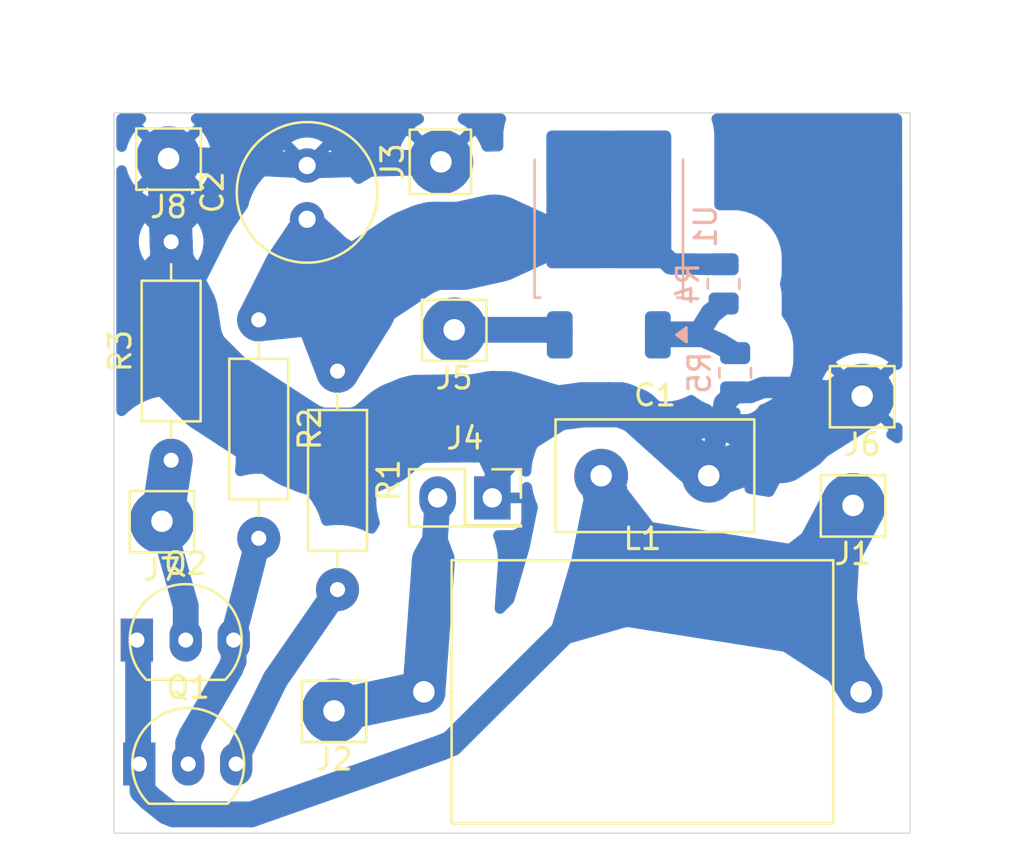
<source format=kicad_pcb>
(kicad_pcb (version 20241229) (generator "pcbnew") (generator_version "9.0")
  (layers (0 "F.Cu" signal) (2 "B.Cu" signal) (13 "F.Paste" user) (15 "B.Paste" user) (5 "F.SilkS" user "F.Silkscreen") (7 "B.SilkS" user "B.Silkscreen") (1 "F.Mask" user) (3 "B.Mask" user) (25 "Edge.Cuts" user))
  (net 0 "")
  (net 1 "+5V")
  (net 2 "GND")
  (net 3 "+12V")
  (net 4 "Net-(J1-Pin_1)")
  (net 5 "Net-(Q1-B)")
  (net 6 "Net-(Q1-C)")
  (net 7 "Net-(J7-Pin_1)")
  (net 8 "Net-(J2-Pin_1)")
  (net 9 "Net-(U1-ADJ)")
  (footprint "main:Pin_3mm_Dril_1mm" (layer "F.Cu") (at 42.8587 34.4795)
    (property "Reference" "J5" (at 0 2.25 0) (layer "F.SilkS"))
    (property "Value" "Conn_01x01_Socket" (hide yes))
    (fp_line (start -1.5 -1.4) (end -1.5 1.45) (stroke (width 0.12)) (layer "F.SilkS"))
    (fp_line (start -1.5 -1.4) (end 1.5 -1.4) (stroke (width 0.12)) (layer "F.SilkS"))
    (fp_line (start -1.5 1.45) (end 1.5 1.45) (stroke (width 0.12)) (layer "F.SilkS"))
    (fp_line (start 1.5 -1.4) (end 1.5 1.45) (stroke (width 0.12)) (layer "F.SilkS"))
    (pad "1" thru_hole circle (at 0 0) (size 3 3) (drill 1) (layers "*.Cu" "*.Mask") (net 3 "+12V"))
  )
  (footprint "Inductor_THT:L_Axial_L17.5mm_D12.0mm_P20.32mm_Horizontal_Vishay_IM-10-46" (layer "F.Cu") (at 41.4497 51.3175)
    (property "Reference" "L1" (at 10.16 -7.12 0) (layer "F.SilkS"))
    (property "Value" "10u")
    (fp_line (start 1.24 0) (end 1.29 0) (stroke (width 0.12)) (layer "F.SilkS"))
    (fp_line (start 1.29 -6.12) (end 1.29 6.12) (stroke (width 0.12)) (layer "F.SilkS"))
    (fp_line (start 1.29 6.12) (end 19.03 6.12) (stroke (width 0.12)) (layer "F.SilkS"))
    (fp_line (start 19.03 -6.12) (end 1.29 -6.12) (stroke (width 0.12)) (layer "F.SilkS"))
    (fp_line (start 19.03 6.12) (end 19.03 -6.12) (stroke (width 0.12)) (layer "F.SilkS"))
    (fp_line (start 19.08 0) (end 19.03 0) (stroke (width 0.12)) (layer "F.SilkS"))
    (pad "1" thru_hole circle (at 0 0) (size 2 2) (drill 1) (layers "*.Cu" "*.Mask") (net 8 "Net-(J2-Pin_1)"))
    (pad "2" thru_hole oval (at 20.32 0) (size 2 2) (drill 1) (layers "*.Cu" "*.Mask") (net 4 "Net-(J1-Pin_1)"))
  )
  (footprint "main:Pin_3mm_Dril_1mm" (layer "F.Cu") (at 61.399 42.6473)
    (property "Reference" "J1" (at 0 2.25 0) (layer "F.SilkS"))
    (property "Value" "Conn_01x01_Socket" (hide yes))
    (fp_line (start -1.5 -1.4) (end -1.5 1.45) (stroke (width 0.12)) (layer "F.SilkS"))
    (fp_line (start -1.5 -1.4) (end 1.5 -1.4) (stroke (width 0.12)) (layer "F.SilkS"))
    (fp_line (start -1.5 1.45) (end 1.5 1.45) (stroke (width 0.12)) (layer "F.SilkS"))
    (fp_line (start 1.5 -1.4) (end 1.5 1.45) (stroke (width 0.12)) (layer "F.SilkS"))
    (pad "1" thru_hole circle (at 0 0) (size 3 3) (drill 1) (layers "*.Cu" "*.Mask") (net 4 "Net-(J1-Pin_1)"))
  )
  (footprint "main:R_Axial_DIN0207_L6.3mm_D2.5mm_P10.16mm_Horizontal" (layer "F.Cu") (at 37.436 36.4015 -90)
    (property "Reference" "R1" (at 5.08 -2.37 90) (layer "F.SilkS"))
    (property "Value" "2k" (hide yes))
    (fp_line (start 1.81 1.37) (end 8.35 1.37) (stroke (width 0.12)) (layer "F.SilkS"))
    (fp_line (start 8.35 1.37) (end 8.35 -1.37) (stroke (width 0.12)) (layer "F.SilkS"))
    (fp_line (start 1.04 0) (end 1.81 0) (stroke (width 0.12)) (layer "F.SilkS"))
    (fp_line (start 9.12 0) (end 8.35 0) (stroke (width 0.12)) (layer "F.SilkS"))
    (fp_line (start 1.81 -1.37) (end 1.81 1.37) (stroke (width 0.12)) (layer "F.SilkS"))
    (fp_line (start 8.35 -1.37) (end 1.81 -1.37) (stroke (width 0.12)) (layer "F.SilkS"))
    (pad "1" thru_hole circle (at 0 0 270) (size 2 2) (drill 0.7) (layers "*.Cu" "*.Mask") (net 1 "+5V"))
    (pad "2" thru_hole circle (at 10.16 0 270) (size 2 2) (drill 0.7) (layers "*.Cu" "*.Mask") (net 6 "Net-(Q1-C)"))
  )
  (footprint "main:C_Disc_D9.0mm_W5.0mm_P5.00mm" (layer "F.Cu") (at 49.6905 41.2671)
    (property "Reference" "C1" (at 2.5 -3.75 0) (layer "F.SilkS"))
    (property "Value" "10n")
    (fp_line (start -2.12 -2.62) (end -2.12 2.62) (stroke (width 0.12)) (layer "F.SilkS"))
    (fp_line (start -2.12 -2.62) (end 7.12 -2.62) (stroke (width 0.12)) (layer "F.SilkS"))
    (fp_line (start -2.12 2.62) (end 7.12 2.62) (stroke (width 0.12)) (layer "F.SilkS"))
    (fp_line (start 7.12 -2.62) (end 7.12 2.62) (stroke (width 0.12)) (layer "F.SilkS"))
    (pad "1" thru_hole circle (at 0 0) (size 2.5 2.5) (drill 1) (layers "*.Cu" "*.Mask") (net 4 "Net-(J1-Pin_1)"))
    (pad "2" thru_hole circle (at 5 0) (size 2.5 2.5) (drill 1) (layers "*.Cu" "*.Mask") (net 2 "GND"))
  )
  (footprint "main:TO-92_Inline" (layer "F.Cu") (at 29.2237 54.6745)
    (property "Reference" "Q1" (at 1.27 -3.56 0) (layer "F.SilkS"))
    (property "Value" "MPSA92")
    (fp_line (start -0.53 1.85) (end 3.07 1.85) (stroke (width 0.12)) (layer "F.SilkS"))
    (fp_arc (start -0.568478 1.838478) (mid -1.132087 -0.994977) (end 1.27 -2.6) (stroke (width 0.12)) (layer "F.SilkS"))
    (fp_arc (start 1.27 -2.6) (mid 3.672087 -0.994977) (end 3.108478 1.838478) (stroke (width 0.12)) (layer "F.SilkS"))
    (pad "1" thru_hole rect (at -1 0) (size 1.5 2) (drill 0.7) (layers "*.Cu" "*.Mask") (net 4 "Net-(J1-Pin_1)"))
    (pad "2" thru_hole oval (at 1.27 0) (size 1.5 2) (drill 0.7) (layers "*.Cu" "*.Mask") (net 5 "Net-(Q1-B)"))
    (pad "3" thru_hole oval (at 3.5 0) (size 1.5 2) (drill 0.7) (layers "*.Cu" "*.Mask") (net 6 "Net-(Q1-C)"))
  )
  (footprint "main:Pin_3mm_Dril_1mm" (layer "F.Cu") (at 61.8233 37.5662)
    (property "Reference" "J6" (at 0 2.25 0) (layer "F.SilkS"))
    (property "Value" "Conn_01x01_Socket")
    (fp_line (start -1.5 -1.4) (end -1.5 1.45) (stroke (width 0.12)) (layer "F.SilkS"))
    (fp_line (start -1.5 -1.4) (end 1.5 -1.4) (stroke (width 0.12)) (layer "F.SilkS"))
    (fp_line (start -1.5 1.45) (end 1.5 1.45) (stroke (width 0.12)) (layer "F.SilkS"))
    (fp_line (start 1.5 -1.4) (end 1.5 1.45) (stroke (width 0.12)) (layer "F.SilkS"))
    (pad "1" thru_hole circle (at 0 0) (size 3 3) (drill 1) (layers "*.Cu" "*.Mask") (net 2 "GND"))
  )
  (footprint "main:Pin_3mm_Dril_1mm" (layer "F.Cu") (at 37.2719 52.2051)
    (property "Reference" "J2" (at 0 2.25 0) (layer "F.SilkS"))
    (property "Value" "Conn_01x01_Socket" (hide yes))
    (fp_line (start -1.5 -1.4) (end -1.5 1.45) (stroke (width 0.12)) (layer "F.SilkS"))
    (fp_line (start -1.5 -1.4) (end 1.5 -1.4) (stroke (width 0.12)) (layer "F.SilkS"))
    (fp_line (start -1.5 1.45) (end 1.5 1.45) (stroke (width 0.12)) (layer "F.SilkS"))
    (fp_line (start 1.5 -1.4) (end 1.5 1.45) (stroke (width 0.12)) (layer "F.SilkS"))
    (pad "1" thru_hole circle (at 0 0) (size 3 3) (drill 1) (layers "*.Cu" "*.Mask") (net 8 "Net-(J2-Pin_1)"))
  )
  (footprint "Capacitor_THT:C_Radial_D6.3mm_H7.0mm_P2.50mm" (layer "F.Cu") (at 36.022 29.3382 90)
    (property "Reference" "C2" (at 1.25 -4.4 270) (layer "F.SilkS"))
    (property "Value" "C_Polarized")
    (fp_circle (center 1.25 0) (end 4.52 0) (stroke (width 0.12)) (fill no) (layer "F.SilkS"))
    (pad "1" thru_hole circle (at 0 0 90) (size 1.6 1.6) (drill 0.8) (layers "*.Cu" "*.Mask") (net 1 "+5V"))
    (pad "2" thru_hole circle (at 2.5 0 90) (size 1.6 1.6) (drill 0.8) (layers "*.Cu" "*.Mask") (net 2 "GND"))
  )
  (footprint "main:Pin_3mm_Dril_1mm" (layer "F.Cu") (at 42.2418 26.6694 -90)
    (property "Reference" "J3" (at 0 2.25 270) (layer "F.SilkS"))
    (property "Value" "Conn_01x01_Socket")
    (fp_line (start -1.5 1.45) (end 1.5 1.45) (stroke (width 0.12)) (layer "F.SilkS"))
    (fp_line (start -1.5 -1.4) (end -1.5 1.45) (stroke (width 0.12)) (layer "F.SilkS"))
    (fp_line (start -1.5 -1.4) (end 1.5 -1.4) (stroke (width 0.12)) (layer "F.SilkS"))
    (fp_line (start 1.5 -1.4) (end 1.5 1.45) (stroke (width 0.12)) (layer "F.SilkS"))
    (pad "1" thru_hole circle (at 0 0 270) (size 3 3) (drill 1) (layers "*.Cu" "*.Mask") (net 2 "GND"))
  )
  (footprint "main:Pin_3mm_Dril_1mm" (layer "F.Cu") (at 29.5809 26.5152)
    (property "Reference" "J8" (at 0 2.25 0) (layer "F.SilkS"))
    (property "Value" "Conn_01x01_Socket")
    (fp_line (start -1.5 -1.4) (end -1.5 1.45) (stroke (width 0.12)) (layer "F.SilkS"))
    (fp_line (start -1.5 -1.4) (end 1.5 -1.4) (stroke (width 0.12)) (layer "F.SilkS"))
    (fp_line (start -1.5 1.45) (end 1.5 1.45) (stroke (width 0.12)) (layer "F.SilkS"))
    (fp_line (start 1.5 -1.4) (end 1.5 1.45) (stroke (width 0.12)) (layer "F.SilkS"))
    (pad "1" thru_hole circle (at 0 0) (size 3 3) (drill 1) (layers "*.Cu" "*.Mask") (net 2 "GND"))
  )
  (footprint "main:PinSocket_2x01_P2.54mm_Vertical" (layer "F.Cu") (at 44.6301 42.2971)
    (property "Reference" "J4" (at -1.27 -2.77 0) (layer "F.SilkS"))
    (property "Value" "Conn_02x01")
    (fp_line (start -3.87 -1.33) (end -3.87 1.33) (stroke (width 0.12)) (layer "F.SilkS"))
    (fp_line (start -3.87 -1.33) (end -1.27 -1.33) (stroke (width 0.12)) (layer "F.SilkS"))
    (fp_line (start -3.87 1.33) (end 1.33 1.33) (stroke (width 0.12)) (layer "F.SilkS"))
    (fp_line (start -1.27 -1.33) (end -1.27 1.27) (stroke (width 0.12)) (layer "F.SilkS"))
    (fp_line (start -1.27 1.27) (end 1.33 1.27) (stroke (width 0.12)) (layer "F.SilkS"))
    (fp_line (start 0 -1.33) (end 1.33 -1.33) (stroke (width 0.12)) (layer "F.SilkS"))
    (fp_line (start 1.33 -1.33) (end 1.33 0) (stroke (width 0.12)) (layer "F.SilkS"))
    (fp_line (start 1.33 1.27) (end 1.33 1.33) (stroke (width 0.12)) (layer "F.SilkS"))
    (pad "1" thru_hole rect (at 0 0) (size 1.7 2) (drill 0.9) (layers "*.Cu" "*.Mask") (net 2 "GND"))
    (pad "2" thru_hole oval (at -2.54 0) (size 1.7 2) (drill 0.9) (layers "*.Cu" "*.Mask") (net 8 "Net-(J2-Pin_1)"))
  )
  (footprint "main:R_Axial_DIN0207_L6.3mm_D2.5mm_P10.16mm_Horizontal" (layer "F.Cu") (at 29.7016 40.546 90)
    (property "Reference" "R3" (at 5.08 -2.37 90) (layer "F.SilkS"))
    (property "Value" "330" (hide yes))
    (fp_line (start 8.35 -1.37) (end 1.81 -1.37) (stroke (width 0.12)) (layer "F.SilkS"))
    (fp_line (start 1.81 -1.37) (end 1.81 1.37) (stroke (width 0.12)) (layer "F.SilkS"))
    (fp_line (start 9.12 0) (end 8.35 0) (stroke (width 0.12)) (layer "F.SilkS"))
    (fp_line (start 1.04 0) (end 1.81 0) (stroke (width 0.12)) (layer "F.SilkS"))
    (fp_line (start 8.35 1.37) (end 8.35 -1.37) (stroke (width 0.12)) (layer "F.SilkS"))
    (fp_line (start 1.81 1.37) (end 8.35 1.37) (stroke (width 0.12)) (layer "F.SilkS"))
    (pad "1" thru_hole circle (at 0 0 90) (size 2 2) (drill 0.7) (layers "*.Cu" "*.Mask") (net 7 "Net-(J7-Pin_1)"))
    (pad "2" thru_hole circle (at 10.16 0 90) (size 2 2) (drill 0.7) (layers "*.Cu" "*.Mask") (net 2 "GND"))
  )
  (footprint "main:R_Axial_DIN0207_L6.3mm_D2.5mm_P10.16mm_Horizontal" (layer "F.Cu") (at 33.7747 34.0167 -90)
    (property "Reference" "R2" (at 5.08 -2.37 90) (layer "F.SilkS"))
    (property "Value" "330" (hide yes))
    (fp_line (start 1.81 1.37) (end 8.35 1.37) (stroke (width 0.12)) (layer "F.SilkS"))
    (fp_line (start 8.35 1.37) (end 8.35 -1.37) (stroke (width 0.12)) (layer "F.SilkS"))
    (fp_line (start 1.04 0) (end 1.81 0) (stroke (width 0.12)) (layer "F.SilkS"))
    (fp_line (start 9.12 0) (end 8.35 0) (stroke (width 0.12)) (layer "F.SilkS"))
    (fp_line (start 1.81 -1.37) (end 1.81 1.37) (stroke (width 0.12)) (layer "F.SilkS"))
    (fp_line (start 8.35 -1.37) (end 1.81 -1.37) (stroke (width 0.12)) (layer "F.SilkS"))
    (pad "1" thru_hole circle (at 0 0 270) (size 2 2) (drill 0.7) (layers "*.Cu" "*.Mask") (net 1 "+5V"))
    (pad "2" thru_hole circle (at 10.16 0 270) (size 2 2) (drill 0.7) (layers "*.Cu" "*.Mask") (net 5 "Net-(Q1-B)"))
  )
  (footprint "main:Pin_3mm_Dril_1mm" (layer "F.Cu") (at 29.2761 43.3832)
    (property "Reference" "J7" (at 0 2.25 0) (layer "F.SilkS"))
    (property "Value" "Conn_01x01_Socket")
    (fp_line (start -1.5 -1.4) (end -1.5 1.45) (stroke (width 0.12)) (layer "F.SilkS"))
    (fp_line (start -1.5 -1.4) (end 1.5 -1.4) (stroke (width 0.12)) (layer "F.SilkS"))
    (fp_line (start -1.5 1.45) (end 1.5 1.45) (stroke (width 0.12)) (layer "F.SilkS"))
    (fp_line (start 1.5 -1.4) (end 1.5 1.45) (stroke (width 0.12)) (layer "F.SilkS"))
    (pad "1" thru_hole circle (at 0 0) (size 3 3) (drill 1) (layers "*.Cu" "*.Mask") (net 7 "Net-(J7-Pin_1)"))
  )
  (footprint "main:TO-92_Inline" (layer "F.Cu") (at 29.1101 48.9097)
    (property "Reference" "Q2" (at 1.27 -3.56 0) (layer "F.SilkS"))
    (property "Value" "BF245A")
    (fp_line (start -0.53 1.85) (end 3.07 1.85) (stroke (width 0.12)) (layer "F.SilkS"))
    (fp_arc (start -0.568478 1.838478) (mid -1.132087 -0.994977) (end 1.27 -2.6) (stroke (width 0.12)) (layer "F.SilkS"))
    (fp_arc (start 1.27 -2.6) (mid 3.672087 -0.994977) (end 3.108478 1.838478) (stroke (width 0.12)) (layer "F.SilkS"))
    (pad "1" thru_hole rect (at -1 0) (size 1.5 2) (drill 0.7) (layers "*.Cu" "*.Mask") (net 4 "Net-(J1-Pin_1)"))
    (pad "2" thru_hole oval (at 1.27 0) (size 1.5 2) (drill 0.7) (layers "*.Cu" "*.Mask") (net 7 "Net-(J7-Pin_1)"))
    (pad "3" thru_hole oval (at 3.5 0) (size 1.5 2) (drill 0.7) (layers "*.Cu" "*.Mask") (net 5 "Net-(Q1-B)"))
  )
  (footprint "Resistor_SMD:R_0805_2012Metric" (layer "B.Cu") (at 55.3827 32.345 -90)
    (property "Reference" "R4" (at 0 1.65 90) (layer "B.SilkS") (effects (justify mirror)))
    (property "Value" "R")
    (fp_line (start -0.227064 0.735) (end 0.227064 0.735) (stroke (width 0.12)) (layer "B.SilkS"))
    (fp_line (start -0.227064 -0.735) (end 0.227064 -0.735) (stroke (width 0.12)) (layer "B.SilkS"))
    (pad "1" smd roundrect (at -0.9125 0 270) (size 1.025 1.4) (layers "B.Cu" "B.Mask" "B.Paste") (roundrect_rratio 0.243902) (net 1 "+5V"))
    (pad "2" smd roundrect (at 0.9125 0 270) (size 1.025 1.4) (layers "B.Cu" "B.Mask" "B.Paste") (roundrect_rratio 0.243902) (net 9 "Net-(U1-ADJ)"))
  )
  (footprint "Package_TO_SOT_SMD:TO-252-2" (layer "B.Cu") (at 50.0454 29.6741 90)
    (property "Reference" "U1" (at 0 4.5 90) (layer "B.SilkS") (effects (justify mirror)))
    (property "Value" "LM317_TO-252")
    (fp_line (start 3.11 -3.45) (end -3.31 -3.45) (stroke (width 0.12)) (layer "B.SilkS"))
    (fp_line (start -3.31 -3.45) (end -3.31 -3.18) (stroke (width 0.12)) (layer "B.SilkS"))
    (fp_line (start 3.11 3.45) (end -3.31 3.45) (stroke (width 0.12)) (layer "B.SilkS"))
    (fp_line (start -3.31 3.45) (end -3.31 3.18) (stroke (width 0.12)) (layer "B.SilkS"))
    (fp_poly (pts (xy -5.04 3.14) (xy -5.38 3.61) (xy -4.7 3.61) (xy -5.04 3.14)) (stroke (width 0.12)) (fill yes) (layer "B.SilkS"))
    (pad "1" smd roundrect (at -5.04 2.28 90) (size 2.2 1.2) (layers "B.Cu" "B.Mask" "B.Paste") (roundrect_rratio 0.208333) (net 9 "Net-(U1-ADJ)"))
    (pad "2" smd roundrect (at -0.415 -1.525 90) (size 3.05 2.75) (layers "B.Cu" "B.Paste") (roundrect_rratio 0.090909) (net 1 "+5V"))
    (pad "2" smd roundrect (at -0.415 1.525 90) (size 3.05 2.75) (layers "B.Cu" "B.Paste") (roundrect_rratio 0.090909) (net 1 "+5V"))
    (pad "2" smd roundrect (at 1.26 0 90) (size 6.4 5.8) (layers "B.Cu" "B.Mask") (roundrect_rratio 0.043103) (net 1 "+5V"))
    (pad "2" smd roundrect (at 2.935 -1.525 90) (size 3.05 2.75) (layers "B.Cu" "B.Paste") (roundrect_rratio 0.090909) (net 1 "+5V"))
    (pad "2" smd roundrect (at 2.935 1.525 90) (size 3.05 2.75) (layers "B.Cu" "B.Paste") (roundrect_rratio 0.090909) (net 1 "+5V"))
    (pad "3" smd roundrect (at -5.04 -2.28 90) (size 2.2 1.2) (layers "B.Cu" "B.Mask" "B.Paste") (roundrect_rratio 0.208333) (net 3 "+12V"))
  )
  (footprint "Resistor_SMD:R_0805_2012Metric" (layer "B.Cu") (at 55.9198 36.4773 -90)
    (property "Reference" "R5" (at 0 1.65 90) (layer "B.SilkS") (effects (justify mirror)))
    (property "Value" "R")
    (fp_line (start -0.227064 0.735) (end 0.227064 0.735) (stroke (width 0.12)) (layer "B.SilkS"))
    (fp_line (start -0.227064 -0.735) (end 0.227064 -0.735) (stroke (width 0.12)) (layer "B.SilkS"))
    (pad "1" smd roundrect (at -0.9125 0 270) (size 1.025 1.4) (layers "B.Cu" "B.Mask" "B.Paste") (roundrect_rratio 0.243902) (net 9 "Net-(U1-ADJ)"))
    (pad "2" smd roundrect (at 0.9125 0 270) (size 1.025 1.4) (layers "B.Cu" "B.Mask" "B.Paste") (roundrect_rratio 0.243902) (net 2 "GND"))
  )
  (gr_rect (start 27.0488 24.3925) (end 64.0488 57.8925) (stroke (width 0.05)) (fill no) (layer "Edge.Cuts"))
  (segment (start 44.7178 30.2369) (end 43.1928 30.5745) (width 4.1) (layer "B.Cu") (net 1))
  (segment (start 48.5204 30.0891) (end 48.1944 30.2369) (width 2.1) (layer "B.Cu") (net 1))
  (segment (start 37.7518 33.0501) (end 37.436 36.4015) (width 2) (layer "B.Cu") (net 1))
  (segment (start 40.7654 31.0479) (end 37.7518 33.0501) (width 4.1) (layer "B.Cu") (net 1))
  (segment (start 48.1944 30.2369) (end 47.1444 30.2369) (width 2.1) (layer "B.Cu") (net 1))
  (segment (start 41.6467 30.6399) (end 40.9962 30.9096) (width 4.1) (layer "B.Cu") (net 1))
  (segment (start 43.1928 30.5745) (end 41.9077 30.5744) (width 4.1) (layer "B.Cu") (net 1))
  (segment (start 54.573 31.4325) (end 52.9368 31.4121) (width 1) (layer "B.Cu") (net 1))
  (segment (start 33.7747 34.0167) (end 36.5113 33.7328) (width 2) (layer "B.Cu") (net 1))
  (segment (start 37.7518 33.0501) (end 36.3565 32.2408) (width 5) (layer "B.Cu") (net 1))
  (segment (start 36.022 29.3382) (end 37.649 30.8482) (width 1.2) (layer "B.Cu") (net 1))
  (segment (start 54.6817 31.4325) (end 54.573 31.4325) (width 1) (layer "B.Cu") (net 1))
  (segment (start 37.436 36.4015) (end 36.3522 33.5896) (width 2) (layer "B.Cu") (net 1))
  (segment (start 36.022 29.3382) (end 36.3565 32.2408) (width 1.2) (layer "B.Cu") (net 1))
  (segment (start 47.1178 30.2369) (end 45.1345 29.3278) (width 2.1) (layer "B.Cu") (net 1))
  (segment (start 41.9077 30.5744) (end 41.6467 30.6399) (width 4.1) (layer "B.Cu") (net 1))
  (segment (start 55.3827 31.4325) (end 54.6817 31.4325) (width 1) (layer "B.Cu") (net 1))
  (segment (start 33.7747 34.0167) (end 36.3565 32.2408) (width 2) (layer "B.Cu") (net 1))
  (segment (start 47.1444 30.2369) (end 44.7178 30.2369) (width 2.1) (layer "B.Cu") (net 1))
  (segment (start 33.7747 34.0167) (end 35.0185 31.5626) (width 2) (layer "B.Cu") (net 1))
  (segment (start 37.436 36.4015) (end 39.026 33.8416) (width 2) (layer "B.Cu") (net 1))
  (segment (start 47.1178 30.2369) (end 45.1345 31.146) (width 2.1) (layer "B.Cu") (net 1))
  (segment (start 36.022 29.3382) (end 34.7812 31.1786) (width 1.2) (layer "B.Cu") (net 1))
  (segment (start 52.9368 31.4121) (end 51.5704 30.0891) (width 1) (layer "B.Cu") (net 1))
  (segment (start 40.9962 30.9096) (end 40.7654 31.0479) (width 4.1) (layer "B.Cu") (net 1))
  (segment (start 29.8369 33.7337) (end 30.028 34.9482) (width 4.1) (layer "B.Cu") (net 2))
  (segment (start 29.7351 31.2158) (end 28.8655 33.3352) (width 2) (layer "B.Cu") (net 2))
  (segment (start 47.627 38.1269) (end 45.5401 37.4906) (width 2.1) (layer "B.Cu") (net 2))
  (segment (start 35.6443 39.8308) (end 36.2734 40.0916) (width 4.1) (layer "B.Cu") (net 2))
  (segment (start 55.0765 39.2733) (end 54.6905 41.2671) (width 1) (layer "B.Cu") (net 2))
  (segment (start 44.8801 41.8971) (end 44.8801 41.2971) (width 1.2) (layer "B.Cu") (net 2))
  (segment (start 41.1861 38.6229) (end 42.9782 38.5985) (width 4.1) (layer "B.Cu") (net 2))
  (segment (start 36.022 26.8382) (end 29.5809 26.5152) (width 1.2) (layer "B.Cu") (net 2))
  (segment (start 36.5044 40.1496) (end 38.3676 40.1496) (width 4.1) (layer "B.Cu") (net 2))
  (segment (start 43.8362 38.5985) (end 44.6595 38.4471) (width 4.1) (layer "B.Cu") (net 2))
  (segment (start 58.0765 40.1125) (end 58.8738 39.584) (width 3) (layer "B.Cu") (net 2))
  (segment (start 30.3467 35.8078) (end 30.469 36.0118) (width 4.1) (layer "B.Cu") (net 2))
  (segment (start 55.4218 37.904) (end 55.0986 39.1854) (width 1) (layer "B.Cu") (net 2))
  (segment (start 57.2433 37.1608) (end 58.9097 37.1608) (width 1) (layer "B.Cu") (net 2))
  (segment (start 44.8801 41.0486) (end 46.3336 39.4089) (width 1.2) (layer "B.Cu") (net 2))
  (segment (start 39.2277 39.8308) (end 39.432 39.7084) (width 4.1) (layer "B.Cu") (net 2))
  (segment (start 31.7796 37.3224) (end 35.44 39.7084) (width 4.1) (layer "B.Cu") (net 2))
  (segment (start 45.2485 38.4471) (end 48.8142 37.9671) (width 2.1) (layer "B.Cu") (net 2))
  (segment (start 54.6905 41.2671) (end 58.0765 40.1125) (width 2.1) (layer "B.Cu") (net 2))
  (segment (start 38.5986 40.0916) (end 39.2277 39.8308) (width 4.1) (layer "B.Cu") (net 2))
  (segment (start 55.0986 39.1854) (end 55.0765 39.2733) (width 1) (layer "B.Cu") (net 2))
  (segment (start 44.8801 41.2971) (end 44.8801 41.0486) (width 1.2) (layer "B.Cu") (net 2))
  (segment (start 44.8801 41.0486) (end 45.2485 38.4471) (width 1.2) (layer "B.Cu") (net 2))
  (segment (start 58.8738 39.584) (end 59.2781 39.1804) (width 3) (layer "B.Cu") (net 2))
  (segment (start 50.7121 38.0036) (end 51.2802 38.2391) (width 2.1) (layer "B.Cu") (net 2))
  (segment (start 47.627 38.1269) (end 45.7827 39.2924) (width 2.1) (layer "B.Cu") (net 2))
  (segment (start 48.8142 37.9671) (end 50.5668 37.9671) (width 2.1) (layer "B.Cu") (net 2))
  (segment (start 57.1646 37.1806) (end 57.2433 37.1608) (width 1) (layer "B.Cu") (net 2))
  (segment (start 44.6595 38.4471) (end 45.2485 38.4471) (width 4.1) (layer "B.Cu") (net 2))
  (segment (start 42.9782 38.5985) (end 43.8362 38.5985) (width 4.1) (layer "B.Cu") (net 2))
  (segment (start 40.998 38.6701) (end 41.1861 38.6229) (width 4.1) (layer "B.Cu") (net 2))
  (segment (start 51.4087 38.3162) (end 54.6905 41.2671) (width 2.1) (layer "B.Cu") (net 2))
  (segment (start 29.7016 30.386) (end 29.5809 26.5152) (width 2) (layer "B.Cu") (net 2))
  (segment (start 56.6208 37.3898) (end 57.1646 37.1806) (width 1) (layer "B.Cu") (net 2))
  (segment (start 50.5668 37.9671) (end 50.7121 38.0036) (width 2.1) (layer "B.Cu") (net 2))
  (segment (start 55.9198 37.3898) (end 56.6208 37.3898) (width 1) (layer "B.Cu") (net 2))
  (segment (start 42.2418 26.6694) (end 36.022 26.8382) (width 1.2) (layer "B.Cu") (net 2))
  (segment (start 58.9097 37.1608) (end 61.8233 37.5662) (width 1) (layer "B.Cu") (net 2))
  (segment (start 55.4218 37.8937) (end 55.4218 37.904) (width 1) (layer "B.Cu") (net 2))
  (segment (start 55.9198 37.3898) (end 55.4218 37.8937) (width 1) (layer "B.Cu") (net 2))
  (segment (start 30.028 34.9482) (end 30.0859 35.1789) (width 4.1) (layer "B.Cu") (net 2))
  (segment (start 35.44 39.7084) (end 35.6443 39.8308) (width 4.1) (layer "B.Cu") (net 2))
  (segment (start 38.3676 40.1496) (end 38.5986 40.0916) (width 4.1) (layer "B.Cu") (net 2))
  (segment (start 59.2781 39.1804) (end 61.8233 37.5662) (width 3) (layer "B.Cu") (net 2))
  (segment (start 40.3993 38.9183) (end 40.998 38.6701) (width 4.1) (layer "B.Cu") (net 2))
  (segment (start 51.2802 38.2391) (end 51.4087 38.3162) (width 2.1) (layer "B.Cu") (net 2))
  (segment (start 40.2329 39.0181) (end 40.3993 38.9183) (width 4.1) (layer "B.Cu") (net 2))
  (segment (start 30.469 36.0118) (end 31.7796 37.3224) (width 4.1) (layer "B.Cu") (net 2))
  (segment (start 39.432 39.7084) (end 40.2329 39.0181) (width 4.1) (layer "B.Cu") (net 2))
  (segment (start 44.6301 42.2971) (end 44.8801 41.8971) (width 1.2) (layer "B.Cu") (net 2))
  (segment (start 44.8801 41.0486) (end 43.939 39.0699) (width 1.2) (layer "B.Cu") (net 2))
  (segment (start 29.7351 31.2158) (end 30.7729 33.258) (width 2) (layer "B.Cu") (net 2))
  (segment (start 29.7016 30.386) (end 29.8369 33.7337) (width 2) (layer "B.Cu") (net 2))
  (segment (start 30.0859 35.1789) (end 30.3467 35.8078) (width 4.1) (layer "B.Cu") (net 2))
  (segment (start 36.2734 40.0916) (end 36.5044 40.1496) (width 4.1) (layer "B.Cu") (net 2))
  (segment (start 47.7644 34.4795) (end 47.1644 34.4795) (width 1.2) (layer "B.Cu") (net 3))
  (segment (start 47.7654 34.7141) (end 47.7644 34.4795) (width 1.2) (layer "B.Cu") (net 3))
  (segment (start 47.1644 34.4795) (end 42.8587 34.4795) (width 1.2) (layer "B.Cu") (net 3))
  (segment (start 61.7697 51.3175) (end 59.0721 47.0594) (width 2) (layer "B.Cu") (net 4))
  (segment (start 33.4303 57.0167) (end 42.2509 53.9146) (width 1.2) (layer "B.Cu") (net 4))
  (segment (start 29.802 57.0167) (end 32.032 57.0167) (width 1.2) (layer "B.Cu") (net 4))
  (segment (start 28.1669 54.2745) (end 28.1669 53.6745) (width 1.2) (layer "B.Cu") (net 4))
  (segment (start 60.1917 44.9365) (end 60.0706 47.1149) (width 3) (layer "B.Cu") (net 4))
  (segment (start 28.3737 55.0745) (end 28.3737 55.6745) (width 1.2) (layer "B.Cu") (net 4))
  (segment (start 60.9987 50.1005) (end 58.2547 48.3171) (width 2) (layer "B.Cu") (net 4))
  (segment (start 42.734 53.7124) (end 50.7303 45.7467) (width 1.2) (layer "B.Cu") (net 4))
  (segment (start 49.9434 42.3568) (end 49.3097 45.4563) (width 2.1) (layer "B.Cu") (net 4))
  (segment (start 42.7238 53.7185) (end 42.734 53.7124) (width 1.2) (layer "B.Cu") (net 4))
  (segment (start 32.032 57.0167) (end 33.4154 57.0167) (width 1.2) (layer "B.Cu") (net 4))
  (segment (start 28.1669 49.9097) (end 28.1669 49.3097) (width 1.2) (layer "B.Cu") (net 4))
  (segment (start 28.7252 56.2745) (end 29.5005 56.8918) (width 1.2) (layer "B.Cu") (net 4))
  (segment (start 28.3737 55.6745) (end 28.3737 55.923) (width 1.2) (layer "B.Cu") (net 4))
  (segment (start 28.1669 53.6745) (end 28.1669 49.9097) (width 1.2) (layer "B.Cu") (net 4))
  (segment (start 47.939 48.5274) (end 51.2559 47.5725) (width 1.2) (layer "B.Cu") (net 4))
  (segment (start 60.1917 44.9365) (end 58.4624 46.2667) (width 3) (layer "B.Cu") (net 4))
  (segment (start 28.2237 54.6745) (end 28.3737 55.0745) (width 1.2) (layer "B.Cu") (net 4))
  (segment (start 42.2509 53.9146) (end 42.7238 53.7185) (width 1.2) (layer "B.Cu") (net 4))
  (segment (start 33.4154 57.0167) (end 33.4303 57.0167) (width 1.2) (layer "B.Cu") (net 4))
  (segment (start 49.9434 42.3568) (end 51.8777 44.8601) (width 2.1) (layer "B.Cu") (net 4))
  (segment (start 59.0721 47.0594) (end 61.399 42.6473) (width 3) (layer "B.Cu") (net 4))
  (segment (start 28.3737 55.923) (end 28.7252 56.2745) (width 1.2) (layer "B.Cu") (net 4))
  (segment (start 60.9987 50.1005) (end 60.5585 46.8577) (width 2) (layer "B.Cu") (net 4))
  (segment (start 28.1669 49.3097) (end 28.1101 48.9097) (width 1.2) (layer "B.Cu") (net 4))
  (segment (start 49.6905 41.2671) (end 50.7303 45.7467) (width 2.1) (layer "B.Cu") (net 4))
  (segment (start 47.939 48.5274) (end 48.9065 45.2141) (width 1.2) (layer "B.Cu") (net 4))
  (segment (start 29.5005 56.8918) (end 29.802 57.0167) (width 1.2) (layer "B.Cu") (net 4))
  (segment (start 28.2237 54.6745) (end 28.1669 54.2745) (width 1.2) (layer "B.Cu") (net 4))
  (segment (start 50.7303 45.7467) (end 59.0721 47.0594) (width 5) (layer "B.Cu") (net 4))
  (segment (start 32.6064 49.8781) (end 32.6101 49.1597) (width 1.2) (layer "B.Cu") (net 5))
  (segment (start 30.4937 53.7053) (end 30.6395 53.3532) (width 1.2) (layer "B.Cu") (net 5))
  (segment (start 32.4611 50.2289) (end 32.6064 49.8781) (width 1.2) (layer "B.Cu") (net 5))
  (segment (start 32.6101 48.6597) (end 33.7747 44.1767) (width 1.2) (layer "B.Cu") (net 5))
  (segment (start 30.4937 54.4245) (end 30.4937 53.7053) (width 1.2) (layer "B.Cu") (net 5))
  (segment (start 30.4937 54.6745) (end 30.4937 54.4245) (width 1.2) (layer "B.Cu") (net 5))
  (segment (start 30.6395 53.3532) (end 32.4611 50.2289) (width 1.2) (layer "B.Cu") (net 5))
  (segment (start 32.6101 49.1597) (end 32.6101 48.9097) (width 1.2) (layer "B.Cu") (net 5))
  (segment (start 32.6101 48.9097) (end 32.6101 48.6597) (width 1.2) (layer "B.Cu") (net 5))
  (segment (start 34.5781 50.6876) (end 37.436 46.5615) (width 1.2) (layer "B.Cu") (net 6))
  (segment (start 32.7237 54.4245) (end 34.5339 50.7613) (width 1.2) (layer "B.Cu") (net 6))
  (segment (start 34.5339 50.7613) (end 34.5781 50.6876) (width 1.2) (layer "B.Cu") (net 6))
  (segment (start 32.7237 54.6745) (end 32.7237 54.4245) (width 1.2) (layer "B.Cu") (net 6))
  (segment (start 30.3801 48.6597) (end 30.3801 47.3318) (width 1.2) (layer "B.Cu") (net 7))
  (segment (start 29.7016 40.546) (end 29.2761 43.3832) (width 2) (layer "B.Cu") (net 7))
  (segment (start 30.3801 48.9097) (end 30.3801 48.6597) (width 1.2) (layer "B.Cu") (net 7))
  (segment (start 30.3801 47.3318) (end 29.2761 43.3832) (width 1.2) (layer "B.Cu") (net 7))
  (segment (start 41.4497 51.3175) (end 37.2719 52.2051) (width 2) (layer "B.Cu") (net 8))
  (segment (start 41.9582 44.2739) (end 42.2638 45.0914) (width 1.2) (layer "B.Cu") (net 8))
  (segment (start 41.8891 45.2314) (end 41.4497 51.3175) (width 2) (layer "B.Cu") (net 8))
  (segment (start 42.0901 42.2971) (end 42.0901 42.4471) (width 1.2) (layer "B.Cu") (net 8))
  (segment (start 41.9582 44.2739) (end 41.5384 45.039) (width 1.2) (layer "B.Cu") (net 8))
  (segment (start 42.0901 42.4471) (end 41.8891 45.2314) (width 1.2) (layer "B.Cu") (net 8))
  (segment (start 55.2652 35.1656) (end 55.2579 35.1583) (width 1) (layer "B.Cu") (net 9))
  (segment (start 52.3264 34.6889) (end 52.9264 34.6889) (width 1.2) (layer "B.Cu") (net 9))
  (segment (start 55.9198 35.5648) (end 55.2652 35.1656) (width 1) (layer "B.Cu") (net 9))
  (segment (start 55.3827 33.2575) (end 54.796 33.7246) (width 1) (layer "B.Cu") (net 9))
  (segment (start 54.7887 33.7319) (end 54.1986 34.6889) (width 1) (layer "B.Cu") (net 9))
  (segment (start 55.2579 35.1583) (end 54.1986 34.6889) (width 1) (layer "B.Cu") (net 9))
  (segment (start 52.3254 34.7141) (end 52.3264 34.6889) (width 1.2) (layer "B.Cu") (net 9))
  (segment (start 52.9264 34.6889) (end 54.1986 34.6889) (width 1.2) (layer "B.Cu") (net 9))
  (segment (start 54.796 33.7246) (end 54.7887 33.7319) (width 1) (layer "B.Cu") (net 9))
  (zone (net 2) (net_name "GND") (layer "B.Cu") (connect_pads (clearance 2)) (min_thickness 0.5) (fill yes (thermal_gap 0.5) (thermal_bridge_width 0.5))
    (polygon (pts (xy 27.1526 24.3586) (xy 63.6778 24.3586) (xy 63.7286 57.531) (xy 27.1526 57.7342)))
  )
)
</source>
